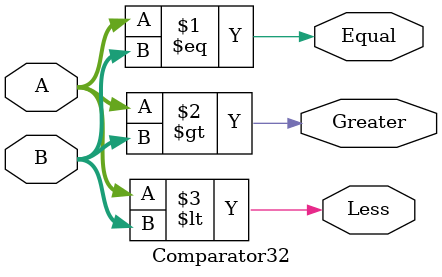
<source format=v>

module Comparator32 (
    input  [31:0] A,       // First 32-bit operand
    input  [31:0] B,       // Second 32-bit operand
    output        Equal,   // Output: 1 if A == B, else 0
    output        Greater, // Output: 1 if A > B, else 0
    output        Less     // Output: 1 if A < B, else 0
);
    // Comparator logic
    assign Equal   = (A == B);    // Equality check
    assign Greater = (A > B);     // Greater than check
    assign Less    = (A < B);     // Less than check

endmodule

</source>
